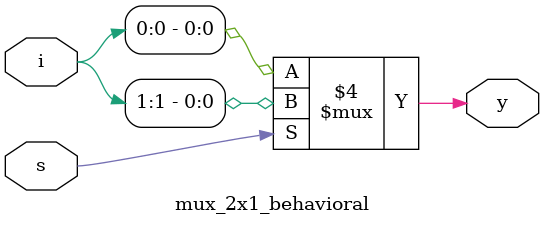
<source format=v>
module mux_2x1_behavioral(y,i,s);

input [1:0]i;
input s;
output reg y;

always @(s)
    if(s == 1) 
        y = i[1];
    else 
        y = i[0];     

endmodule
</source>
